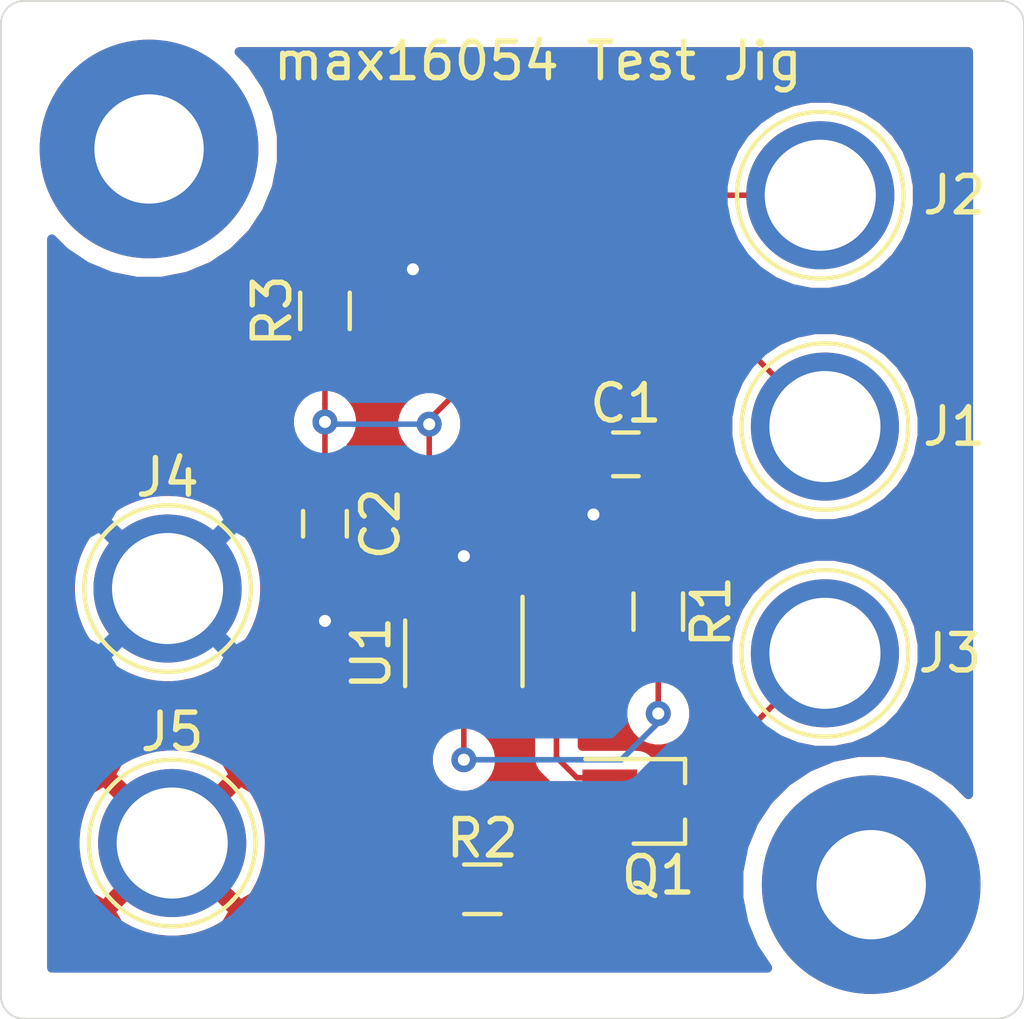
<source format=kicad_pcb>
(kicad_pcb (version 20171130) (host pcbnew "(5.1.5)-3")

  (general
    (thickness 1.6)
    (drawings 9)
    (tracks 50)
    (zones 0)
    (modules 14)
    (nets 9)
  )

  (page A4)
  (layers
    (0 F.Cu mixed)
    (31 B.Cu mixed)
    (32 B.Adhes user hide)
    (33 F.Adhes user hide)
    (34 B.Paste user)
    (35 F.Paste user)
    (36 B.SilkS user)
    (37 F.SilkS user)
    (38 B.Mask user)
    (39 F.Mask user)
    (40 Dwgs.User user hide)
    (41 Cmts.User user)
    (42 Eco1.User user hide)
    (43 Eco2.User user hide)
    (44 Edge.Cuts user)
    (45 Margin user hide)
    (46 B.CrtYd user hide)
    (47 F.CrtYd user hide)
    (48 B.Fab user hide)
    (49 F.Fab user hide)
  )

  (setup
    (last_trace_width 0.1524)
    (trace_clearance 0.1524)
    (zone_clearance 0.508)
    (zone_45_only no)
    (trace_min 0.1524)
    (via_size 0.6858)
    (via_drill 0.3302)
    (via_min_size 0.508)
    (via_min_drill 0.254)
    (uvia_size 0.6858)
    (uvia_drill 0.3302)
    (uvias_allowed no)
    (uvia_min_size 0.2)
    (uvia_min_drill 0.1)
    (edge_width 0.05)
    (segment_width 0.2)
    (pcb_text_width 0.3)
    (pcb_text_size 1.5 1.5)
    (mod_edge_width 0.12)
    (mod_text_size 1 1)
    (mod_text_width 0.15)
    (pad_size 1.524 1.524)
    (pad_drill 0.762)
    (pad_to_mask_clearance 0.0508)
    (solder_mask_min_width 0.1016)
    (aux_axis_origin 0 0)
    (visible_elements 7FFFFFFF)
    (pcbplotparams
      (layerselection 0x010fc_ffffffff)
      (usegerberextensions false)
      (usegerberattributes false)
      (usegerberadvancedattributes false)
      (creategerberjobfile false)
      (excludeedgelayer true)
      (linewidth 0.100000)
      (plotframeref false)
      (viasonmask false)
      (mode 1)
      (useauxorigin false)
      (hpglpennumber 1)
      (hpglpenspeed 20)
      (hpglpendiameter 15.000000)
      (psnegative false)
      (psa4output false)
      (plotreference true)
      (plotvalue true)
      (plotinvisibletext false)
      (padsonsilk false)
      (subtractmaskfromsilk false)
      (outputformat 1)
      (mirror false)
      (drillshape 1)
      (scaleselection 1)
      (outputdirectory ""))
  )

  (net 0 "")
  (net 1 "Net-(C1-Pad1)")
  (net 2 0)
  (net 3 "Net-(J1-Pad1)")
  (net 4 "Net-(J3-Pad1)")
  (net 5 "Net-(R1-Pad2)")
  (net 6 +5V)
  (net 7 "Net-(U1-Pad4)")
  (net 8 "Net-(C2-Pad1)")

  (net_class Default "This is the default net class."
    (clearance 0.1524)
    (trace_width 0.1524)
    (via_dia 0.6858)
    (via_drill 0.3302)
    (uvia_dia 0.6858)
    (uvia_drill 0.3302)
    (diff_pair_width 0.1524)
    (diff_pair_gap 0.1524)
    (add_net +5V)
    (add_net 0)
    (add_net "Net-(C1-Pad1)")
    (add_net "Net-(C2-Pad1)")
    (add_net "Net-(J1-Pad1)")
    (add_net "Net-(J3-Pad1)")
    (add_net "Net-(R1-Pad2)")
    (add_net "Net-(U1-Pad4)")
  )

  (module Mounting_Holes:MountingHole_3mm_Pad (layer F.Cu) (tedit 56D1B4CB) (tstamp 5E2207B9)
    (at 111.506 137.287)
    (descr "Mounting Hole 3mm")
    (tags "mounting hole 3mm")
    (path /5E22EFDF)
    (attr virtual)
    (fp_text reference H2 (at -4.191 1.524) (layer F.SilkS) hide
      (effects (font (size 1 1) (thickness 0.15)))
    )
    (fp_text value MountingHole (at 0 4) (layer F.Fab)
      (effects (font (size 1 1) (thickness 0.15)))
    )
    (fp_text user %R (at 0.3 0) (layer F.Fab)
      (effects (font (size 1 1) (thickness 0.15)))
    )
    (fp_circle (center 0 0) (end 3 0) (layer Cmts.User) (width 0.15))
    (fp_circle (center 0 0) (end 3.25 0) (layer F.CrtYd) (width 0.05))
    (pad 1 thru_hole circle (at 0 0) (size 6 6) (drill 3) (layers *.Cu *.Mask))
  )

  (module Mounting_Holes:MountingHole_3mm_Pad (layer F.Cu) (tedit 56D1B4CB) (tstamp 5E2207B6)
    (at 91.694 117.094)
    (descr "Mounting Hole 3mm")
    (tags "mounting hole 3mm")
    (path /5E22DFE4)
    (attr virtual)
    (fp_text reference H1 (at 4.445 0) (layer F.SilkS) hide
      (effects (font (size 1 1) (thickness 0.15)))
    )
    (fp_text value MountingHole (at 0 4) (layer F.Fab)
      (effects (font (size 1 1) (thickness 0.15)))
    )
    (fp_text user %R (at 0.3 0) (layer F.Fab)
      (effects (font (size 1 1) (thickness 0.15)))
    )
    (fp_circle (center 0 0) (end 3 0) (layer Cmts.User) (width 0.15))
    (fp_circle (center 0 0) (end 3.25 0) (layer F.CrtYd) (width 0.05))
    (pad 1 thru_hole circle (at 0 0) (size 6 6) (drill 3) (layers *.Cu *.Mask))
  )

  (module Resistors_SMD:R_0603_HandSoldering (layer F.Cu) (tedit 58E0A804) (tstamp 5E22B63C)
    (at 96.52 121.539 90)
    (descr "Resistor SMD 0603, hand soldering")
    (tags "resistor 0603")
    (path /5E22D15B)
    (attr smd)
    (fp_text reference R3 (at 0 -1.45 90) (layer F.SilkS)
      (effects (font (size 1 1) (thickness 0.15)))
    )
    (fp_text value R (at 0 1.55 90) (layer F.Fab)
      (effects (font (size 1 1) (thickness 0.15)))
    )
    (fp_text user %R (at 0 0 90) (layer F.Fab)
      (effects (font (size 0.4 0.4) (thickness 0.075)))
    )
    (fp_line (start -0.8 0.4) (end -0.8 -0.4) (layer F.Fab) (width 0.1))
    (fp_line (start 0.8 0.4) (end -0.8 0.4) (layer F.Fab) (width 0.1))
    (fp_line (start 0.8 -0.4) (end 0.8 0.4) (layer F.Fab) (width 0.1))
    (fp_line (start -0.8 -0.4) (end 0.8 -0.4) (layer F.Fab) (width 0.1))
    (fp_line (start 0.5 0.68) (end -0.5 0.68) (layer F.SilkS) (width 0.12))
    (fp_line (start -0.5 -0.68) (end 0.5 -0.68) (layer F.SilkS) (width 0.12))
    (fp_line (start -1.96 -0.7) (end 1.95 -0.7) (layer F.CrtYd) (width 0.05))
    (fp_line (start -1.96 -0.7) (end -1.96 0.7) (layer F.CrtYd) (width 0.05))
    (fp_line (start 1.95 0.7) (end 1.95 -0.7) (layer F.CrtYd) (width 0.05))
    (fp_line (start 1.95 0.7) (end -1.96 0.7) (layer F.CrtYd) (width 0.05))
    (pad 1 smd rect (at -1.1 0 90) (size 1.2 0.9) (layers F.Cu F.Paste F.Mask)
      (net 8 "Net-(C2-Pad1)"))
    (pad 2 smd rect (at 1.1 0 90) (size 1.2 0.9) (layers F.Cu F.Paste F.Mask)
      (net 2 0))
    (model ${KISYS3DMOD}/Resistors_SMD.3dshapes/R_0603.wrl
      (at (xyz 0 0 0))
      (scale (xyz 1 1 1))
      (rotate (xyz 0 0 0))
    )
  )

  (module Capacitors_SMD:C_0603_HandSoldering (layer F.Cu) (tedit 58AA848B) (tstamp 5E22B56F)
    (at 96.52 127.381 270)
    (descr "Capacitor SMD 0603, hand soldering")
    (tags "capacitor 0603")
    (path /5E22DDED)
    (attr smd)
    (fp_text reference C2 (at 0 -1.524 90) (layer F.SilkS)
      (effects (font (size 1 1) (thickness 0.15)))
    )
    (fp_text value C (at 0 1.5 90) (layer F.Fab)
      (effects (font (size 1 1) (thickness 0.15)))
    )
    (fp_text user %R (at 0 -1.25 90) (layer F.Fab)
      (effects (font (size 1 1) (thickness 0.15)))
    )
    (fp_line (start -0.8 0.4) (end -0.8 -0.4) (layer F.Fab) (width 0.1))
    (fp_line (start 0.8 0.4) (end -0.8 0.4) (layer F.Fab) (width 0.1))
    (fp_line (start 0.8 -0.4) (end 0.8 0.4) (layer F.Fab) (width 0.1))
    (fp_line (start -0.8 -0.4) (end 0.8 -0.4) (layer F.Fab) (width 0.1))
    (fp_line (start -0.35 -0.6) (end 0.35 -0.6) (layer F.SilkS) (width 0.12))
    (fp_line (start 0.35 0.6) (end -0.35 0.6) (layer F.SilkS) (width 0.12))
    (fp_line (start -1.8 -0.65) (end 1.8 -0.65) (layer F.CrtYd) (width 0.05))
    (fp_line (start -1.8 -0.65) (end -1.8 0.65) (layer F.CrtYd) (width 0.05))
    (fp_line (start 1.8 0.65) (end 1.8 -0.65) (layer F.CrtYd) (width 0.05))
    (fp_line (start 1.8 0.65) (end -1.8 0.65) (layer F.CrtYd) (width 0.05))
    (pad 1 smd rect (at -0.95 0 270) (size 1.2 0.75) (layers F.Cu F.Paste F.Mask)
      (net 8 "Net-(C2-Pad1)"))
    (pad 2 smd rect (at 0.95 0 270) (size 1.2 0.75) (layers F.Cu F.Paste F.Mask)
      (net 2 0))
    (model Capacitors_SMD.3dshapes/C_0603.wrl
      (at (xyz 0 0 0))
      (scale (xyz 1 1 1))
      (rotate (xyz 0 0 0))
    )
  )

  (module Connect:1pin (layer F.Cu) (tedit 5861332C) (tstamp 5E22045C)
    (at 92.329 136.144)
    (descr "module 1 pin (ou trou mecanique de percage)")
    (tags DEV)
    (path /5E22A2D1)
    (fp_text reference J5 (at 0 -3.048) (layer F.SilkS)
      (effects (font (size 1 1) (thickness 0.15)))
    )
    (fp_text value Conn_01x01_Female (at 0 3) (layer F.Fab)
      (effects (font (size 1 1) (thickness 0.15)))
    )
    (fp_circle (center 0 0) (end 2 0.8) (layer F.Fab) (width 0.1))
    (fp_circle (center 0 0) (end 2.6 0) (layer F.CrtYd) (width 0.05))
    (fp_circle (center 0 0) (end 0 -2.286) (layer F.SilkS) (width 0.12))
    (pad 1 thru_hole circle (at 0 0) (size 4.064 4.064) (drill 3.048) (layers *.Cu *.Mask)
      (net 6 +5V))
  )

  (module Connect:1pin (layer F.Cu) (tedit 5861332C) (tstamp 5E220459)
    (at 92.202 129.159)
    (descr "module 1 pin (ou trou mecanique de percage)")
    (tags DEV)
    (path /5E22BD4B)
    (fp_text reference J4 (at 0 -3.048) (layer F.SilkS)
      (effects (font (size 1 1) (thickness 0.15)))
    )
    (fp_text value Conn_01x01_Female (at 0 3) (layer F.Fab)
      (effects (font (size 1 1) (thickness 0.15)))
    )
    (fp_circle (center 0 0) (end 2 0.8) (layer F.Fab) (width 0.1))
    (fp_circle (center 0 0) (end 2.6 0) (layer F.CrtYd) (width 0.05))
    (fp_circle (center 0 0) (end 0 -2.286) (layer F.SilkS) (width 0.12))
    (pad 1 thru_hole circle (at 0 0) (size 4.064 4.064) (drill 3.048) (layers *.Cu *.Mask)
      (net 2 0))
  )

  (module TO_SOT_Packages_SMD:SOT-23-6 (layer F.Cu) (tedit 58CE4E7E) (tstamp 5E220106)
    (at 100.33 130.937 270)
    (descr "6-pin SOT-23 package")
    (tags SOT-23-6)
    (path /5E223AC6)
    (attr smd)
    (fp_text reference U1 (at 0 2.54 90) (layer F.SilkS)
      (effects (font (size 1 1) (thickness 0.15)))
    )
    (fp_text value MAX16054 (at 0 2.9 90) (layer F.Fab)
      (effects (font (size 1 1) (thickness 0.15)))
    )
    (fp_text user %R (at 0 0) (layer F.Fab)
      (effects (font (size 0.5 0.5) (thickness 0.075)))
    )
    (fp_line (start -0.9 1.61) (end 0.9 1.61) (layer F.SilkS) (width 0.12))
    (fp_line (start 0.9 -1.61) (end -1.55 -1.61) (layer F.SilkS) (width 0.12))
    (fp_line (start 1.9 -1.8) (end -1.9 -1.8) (layer F.CrtYd) (width 0.05))
    (fp_line (start 1.9 1.8) (end 1.9 -1.8) (layer F.CrtYd) (width 0.05))
    (fp_line (start -1.9 1.8) (end 1.9 1.8) (layer F.CrtYd) (width 0.05))
    (fp_line (start -1.9 -1.8) (end -1.9 1.8) (layer F.CrtYd) (width 0.05))
    (fp_line (start -0.9 -0.9) (end -0.25 -1.55) (layer F.Fab) (width 0.1))
    (fp_line (start 0.9 -1.55) (end -0.25 -1.55) (layer F.Fab) (width 0.1))
    (fp_line (start -0.9 -0.9) (end -0.9 1.55) (layer F.Fab) (width 0.1))
    (fp_line (start 0.9 1.55) (end -0.9 1.55) (layer F.Fab) (width 0.1))
    (fp_line (start 0.9 -1.55) (end 0.9 1.55) (layer F.Fab) (width 0.1))
    (pad 1 smd rect (at -1.1 -0.95 270) (size 1.06 0.65) (layers F.Cu F.Paste F.Mask)
      (net 3 "Net-(J1-Pad1)"))
    (pad 2 smd rect (at -1.1 0 270) (size 1.06 0.65) (layers F.Cu F.Paste F.Mask)
      (net 2 0))
    (pad 3 smd rect (at -1.1 0.95 270) (size 1.06 0.65) (layers F.Cu F.Paste F.Mask)
      (net 8 "Net-(C2-Pad1)"))
    (pad 4 smd rect (at 1.1 0.95 270) (size 1.06 0.65) (layers F.Cu F.Paste F.Mask)
      (net 7 "Net-(U1-Pad4)"))
    (pad 6 smd rect (at 1.1 -0.95 270) (size 1.06 0.65) (layers F.Cu F.Paste F.Mask)
      (net 6 +5V))
    (pad 5 smd rect (at 1.1 0 270) (size 1.06 0.65) (layers F.Cu F.Paste F.Mask)
      (net 5 "Net-(R1-Pad2)"))
    (model ${KISYS3DMOD}/TO_SOT_Packages_SMD.3dshapes/SOT-23-6.wrl
      (at (xyz 0 0 0))
      (scale (xyz 1 1 1))
      (rotate (xyz 0 0 0))
    )
  )

  (module Resistors_SMD:R_0603_HandSoldering (layer F.Cu) (tedit 58E0A804) (tstamp 5E220103)
    (at 100.838 137.414)
    (descr "Resistor SMD 0603, hand soldering")
    (tags "resistor 0603")
    (path /5E232EAC)
    (attr smd)
    (fp_text reference R2 (at 0 -1.397) (layer F.SilkS)
      (effects (font (size 1 1) (thickness 0.15)))
    )
    (fp_text value R (at 0 1.55) (layer F.Fab)
      (effects (font (size 1 1) (thickness 0.15)))
    )
    (fp_text user %R (at 0 0) (layer F.Fab)
      (effects (font (size 0.4 0.4) (thickness 0.075)))
    )
    (fp_line (start -0.8 0.4) (end -0.8 -0.4) (layer F.Fab) (width 0.1))
    (fp_line (start 0.8 0.4) (end -0.8 0.4) (layer F.Fab) (width 0.1))
    (fp_line (start 0.8 -0.4) (end 0.8 0.4) (layer F.Fab) (width 0.1))
    (fp_line (start -0.8 -0.4) (end 0.8 -0.4) (layer F.Fab) (width 0.1))
    (fp_line (start 0.5 0.68) (end -0.5 0.68) (layer F.SilkS) (width 0.12))
    (fp_line (start -0.5 -0.68) (end 0.5 -0.68) (layer F.SilkS) (width 0.12))
    (fp_line (start -1.96 -0.7) (end 1.95 -0.7) (layer F.CrtYd) (width 0.05))
    (fp_line (start -1.96 -0.7) (end -1.96 0.7) (layer F.CrtYd) (width 0.05))
    (fp_line (start 1.95 0.7) (end 1.95 -0.7) (layer F.CrtYd) (width 0.05))
    (fp_line (start 1.95 0.7) (end -1.96 0.7) (layer F.CrtYd) (width 0.05))
    (pad 1 smd rect (at -1.1 0) (size 1.2 0.9) (layers F.Cu F.Paste F.Mask)
      (net 6 +5V))
    (pad 2 smd rect (at 1.1 0) (size 1.2 0.9) (layers F.Cu F.Paste F.Mask)
      (net 4 "Net-(J3-Pad1)"))
    (model ${KISYS3DMOD}/Resistors_SMD.3dshapes/R_0603.wrl
      (at (xyz 0 0 0))
      (scale (xyz 1 1 1))
      (rotate (xyz 0 0 0))
    )
  )

  (module Resistors_SMD:R_0603_HandSoldering (layer F.Cu) (tedit 58E0A804) (tstamp 5E220100)
    (at 105.664 129.794 270)
    (descr "Resistor SMD 0603, hand soldering")
    (tags "resistor 0603")
    (path /5E2251A7)
    (attr smd)
    (fp_text reference R1 (at 0 -1.45 90) (layer F.SilkS)
      (effects (font (size 1 1) (thickness 0.15)))
    )
    (fp_text value R (at 0 1.55 90) (layer F.Fab)
      (effects (font (size 1 1) (thickness 0.15)))
    )
    (fp_text user %R (at 0 0 90) (layer F.Fab)
      (effects (font (size 0.4 0.4) (thickness 0.075)))
    )
    (fp_line (start -0.8 0.4) (end -0.8 -0.4) (layer F.Fab) (width 0.1))
    (fp_line (start 0.8 0.4) (end -0.8 0.4) (layer F.Fab) (width 0.1))
    (fp_line (start 0.8 -0.4) (end 0.8 0.4) (layer F.Fab) (width 0.1))
    (fp_line (start -0.8 -0.4) (end 0.8 -0.4) (layer F.Fab) (width 0.1))
    (fp_line (start 0.5 0.68) (end -0.5 0.68) (layer F.SilkS) (width 0.12))
    (fp_line (start -0.5 -0.68) (end 0.5 -0.68) (layer F.SilkS) (width 0.12))
    (fp_line (start -1.96 -0.7) (end 1.95 -0.7) (layer F.CrtYd) (width 0.05))
    (fp_line (start -1.96 -0.7) (end -1.96 0.7) (layer F.CrtYd) (width 0.05))
    (fp_line (start 1.95 0.7) (end 1.95 -0.7) (layer F.CrtYd) (width 0.05))
    (fp_line (start 1.95 0.7) (end -1.96 0.7) (layer F.CrtYd) (width 0.05))
    (pad 1 smd rect (at -1.1 0 270) (size 1.2 0.9) (layers F.Cu F.Paste F.Mask)
      (net 1 "Net-(C1-Pad1)"))
    (pad 2 smd rect (at 1.1 0 270) (size 1.2 0.9) (layers F.Cu F.Paste F.Mask)
      (net 5 "Net-(R1-Pad2)"))
    (model ${KISYS3DMOD}/Resistors_SMD.3dshapes/R_0603.wrl
      (at (xyz 0 0 0))
      (scale (xyz 1 1 1))
      (rotate (xyz 0 0 0))
    )
  )

  (module TO_SOT_Packages_SMD:SOT-323_SC-70_Handsoldering (layer F.Cu) (tedit 58CE4E7F) (tstamp 5E2200FD)
    (at 105.664 135.001)
    (descr "SOT-323, SC-70 Handsoldering")
    (tags "SOT-323 SC-70 Handsoldering")
    (path /5E231BC0)
    (attr smd)
    (fp_text reference Q1 (at 0 2.032) (layer F.SilkS)
      (effects (font (size 1 1) (thickness 0.15)))
    )
    (fp_text value BSS214NW (at 0 2.05) (layer F.Fab)
      (effects (font (size 1 1) (thickness 0.15)))
    )
    (fp_text user %R (at 0 0 90) (layer F.Fab)
      (effects (font (size 0.5 0.5) (thickness 0.075)))
    )
    (fp_line (start 0.735 0.5) (end 0.735 1.16) (layer F.SilkS) (width 0.12))
    (fp_line (start 0.735 -1.17) (end 0.735 -0.5) (layer F.SilkS) (width 0.12))
    (fp_line (start 2.4 1.3) (end -2.4 1.3) (layer F.CrtYd) (width 0.05))
    (fp_line (start 2.4 -1.3) (end 2.4 1.3) (layer F.CrtYd) (width 0.05))
    (fp_line (start -2.4 -1.3) (end 2.4 -1.3) (layer F.CrtYd) (width 0.05))
    (fp_line (start -2.4 1.3) (end -2.4 -1.3) (layer F.CrtYd) (width 0.05))
    (fp_line (start 0.735 -1.16) (end -2 -1.16) (layer F.SilkS) (width 0.12))
    (fp_line (start -0.675 1.16) (end 0.735 1.16) (layer F.SilkS) (width 0.12))
    (fp_line (start 0.675 -1.1) (end -0.175 -1.1) (layer F.Fab) (width 0.1))
    (fp_line (start -0.675 -0.6) (end -0.675 1.1) (layer F.Fab) (width 0.1))
    (fp_line (start 0.675 -1.1) (end 0.675 1.1) (layer F.Fab) (width 0.1))
    (fp_line (start 0.675 1.1) (end -0.675 1.1) (layer F.Fab) (width 0.1))
    (fp_line (start -0.175 -1.1) (end -0.675 -0.6) (layer F.Fab) (width 0.1))
    (pad 1 smd rect (at -1.33 -0.65 270) (size 0.45 1.5) (layers F.Cu F.Paste F.Mask)
      (net 1 "Net-(C1-Pad1)"))
    (pad 2 smd rect (at -1.33 0.65 270) (size 0.45 1.5) (layers F.Cu F.Paste F.Mask)
      (net 2 0))
    (pad 3 smd rect (at 1.33 0 270) (size 0.45 1.5) (layers F.Cu F.Paste F.Mask)
      (net 4 "Net-(J3-Pad1)"))
    (model ${KISYS3DMOD}/TO_SOT_Packages_SMD.3dshapes/SOT-323_SC-70.wrl
      (at (xyz 0 0 0))
      (scale (xyz 1 1 1))
      (rotate (xyz 0 0 0))
    )
  )

  (module Connect:1pin (layer F.Cu) (tedit 5861332C) (tstamp 5E22022D)
    (at 110.236 130.937)
    (descr "module 1 pin (ou trou mecanique de percage)")
    (tags DEV)
    (path /5E234D7C)
    (fp_text reference J3 (at 3.429 0) (layer F.SilkS)
      (effects (font (size 1 1) (thickness 0.15)))
    )
    (fp_text value Conn_01x01_Female (at 0 3) (layer F.Fab)
      (effects (font (size 1 1) (thickness 0.15)))
    )
    (fp_circle (center 0 0) (end 2 0.8) (layer F.Fab) (width 0.1))
    (fp_circle (center 0 0) (end 2.6 0) (layer F.CrtYd) (width 0.05))
    (fp_circle (center 0 0) (end 0 -2.286) (layer F.SilkS) (width 0.12))
    (pad 1 thru_hole circle (at 0 0) (size 4.064 4.064) (drill 3.048) (layers *.Cu *.Mask)
      (net 4 "Net-(J3-Pad1)"))
  )

  (module Connect:1pin (layer F.Cu) (tedit 5861332C) (tstamp 5E2200F7)
    (at 110.109 118.364)
    (descr "module 1 pin (ou trou mecanique de percage)")
    (tags DEV)
    (path /5E237A05)
    (fp_text reference J2 (at 3.683 0) (layer F.SilkS)
      (effects (font (size 1 1) (thickness 0.15)))
    )
    (fp_text value Conn_01x01_Female (at 0 3) (layer F.Fab)
      (effects (font (size 1 1) (thickness 0.15)))
    )
    (fp_circle (center 0 0) (end 2 0.8) (layer F.Fab) (width 0.1))
    (fp_circle (center 0 0) (end 2.6 0) (layer F.CrtYd) (width 0.05))
    (fp_circle (center 0 0) (end 0 -2.286) (layer F.SilkS) (width 0.12))
    (pad 1 thru_hole circle (at 0 0) (size 4.064 4.064) (drill 3.048) (layers *.Cu *.Mask)
      (net 8 "Net-(C2-Pad1)"))
  )

  (module Connect:1pin (layer F.Cu) (tedit 5861332C) (tstamp 5E2200F4)
    (at 110.236 124.714)
    (descr "module 1 pin (ou trou mecanique de percage)")
    (tags DEV)
    (path /5E23665D)
    (fp_text reference J1 (at 3.556 0) (layer F.SilkS)
      (effects (font (size 1 1) (thickness 0.15)))
    )
    (fp_text value Conn_01x01_Female (at 0 3) (layer F.Fab)
      (effects (font (size 1 1) (thickness 0.15)))
    )
    (fp_circle (center 0 0) (end 2 0.8) (layer F.Fab) (width 0.1))
    (fp_circle (center 0 0) (end 2.6 0) (layer F.CrtYd) (width 0.05))
    (fp_circle (center 0 0) (end 0 -2.286) (layer F.SilkS) (width 0.12))
    (pad 1 thru_hole circle (at 0 0) (size 4.064 4.064) (drill 3.048) (layers *.Cu *.Mask)
      (net 3 "Net-(J1-Pad1)"))
  )

  (module Capacitors_SMD:C_0603_HandSoldering (layer F.Cu) (tedit 58AA848B) (tstamp 5E2200F1)
    (at 104.775 125.476 180)
    (descr "Capacitor SMD 0603, hand soldering")
    (tags "capacitor 0603")
    (path /5E235A2E)
    (attr smd)
    (fp_text reference C1 (at 0 1.397) (layer F.SilkS)
      (effects (font (size 1 1) (thickness 0.15)))
    )
    (fp_text value C (at 0 1.5) (layer F.Fab)
      (effects (font (size 1 1) (thickness 0.15)))
    )
    (fp_text user %R (at 0 -1.25) (layer F.Fab)
      (effects (font (size 1 1) (thickness 0.15)))
    )
    (fp_line (start -0.8 0.4) (end -0.8 -0.4) (layer F.Fab) (width 0.1))
    (fp_line (start 0.8 0.4) (end -0.8 0.4) (layer F.Fab) (width 0.1))
    (fp_line (start 0.8 -0.4) (end 0.8 0.4) (layer F.Fab) (width 0.1))
    (fp_line (start -0.8 -0.4) (end 0.8 -0.4) (layer F.Fab) (width 0.1))
    (fp_line (start -0.35 -0.6) (end 0.35 -0.6) (layer F.SilkS) (width 0.12))
    (fp_line (start 0.35 0.6) (end -0.35 0.6) (layer F.SilkS) (width 0.12))
    (fp_line (start -1.8 -0.65) (end 1.8 -0.65) (layer F.CrtYd) (width 0.05))
    (fp_line (start -1.8 -0.65) (end -1.8 0.65) (layer F.CrtYd) (width 0.05))
    (fp_line (start 1.8 0.65) (end 1.8 -0.65) (layer F.CrtYd) (width 0.05))
    (fp_line (start 1.8 0.65) (end -1.8 0.65) (layer F.CrtYd) (width 0.05))
    (pad 1 smd rect (at -0.95 0 180) (size 1.2 0.75) (layers F.Cu F.Paste F.Mask)
      (net 1 "Net-(C1-Pad1)"))
    (pad 2 smd rect (at 0.95 0 180) (size 1.2 0.75) (layers F.Cu F.Paste F.Mask)
      (net 2 0))
    (model Capacitors_SMD.3dshapes/C_0603.wrl
      (at (xyz 0 0 0))
      (scale (xyz 1 1 1))
      (rotate (xyz 0 0 0))
    )
  )

  (gr_text "max16054 Test Jig" (at 102.362 114.681) (layer F.SilkS)
    (effects (font (size 1 1) (thickness 0.15)))
  )
  (gr_line (start 115.697 113.665) (end 115.697 140.208) (layer Edge.Cuts) (width 0.05) (tstamp 5E222535))
  (gr_line (start 115.062 113.03) (end 88.265 113.03) (layer Edge.Cuts) (width 0.05) (tstamp 5E22252E))
  (gr_arc (start 115.062 113.665) (end 115.697 113.665) (angle -90) (layer Edge.Cuts) (width 0.05))
  (gr_line (start 87.63 113.665) (end 87.63 140.335) (layer Edge.Cuts) (width 0.05) (tstamp 5E2224BA))
  (gr_arc (start 88.265 113.665) (end 88.265 113.03) (angle -90) (layer Edge.Cuts) (width 0.05))
  (gr_line (start 88.265 140.97) (end 114.935 140.97) (layer Edge.Cuts) (width 0.05) (tstamp 5E222483))
  (gr_arc (start 88.265 140.335) (end 87.63 140.335) (angle -90) (layer Edge.Cuts) (width 0.05))
  (gr_arc (start 114.935 140.208) (end 114.935 140.97) (angle -90) (layer Edge.Cuts) (width 0.05))

  (segment (start 103.4316 134.351) (end 102.87 133.7894) (width 0.1524) (layer F.Cu) (net 1))
  (segment (start 104.334 134.351) (end 103.4316 134.351) (width 0.1524) (layer F.Cu) (net 1))
  (segment (start 102.87 133.7894) (end 102.87 129.159) (width 0.1524) (layer F.Cu) (net 1))
  (segment (start 103.335 128.694) (end 105.664 128.694) (width 0.1524) (layer F.Cu) (net 1))
  (segment (start 102.87 129.159) (end 103.335 128.694) (width 0.1524) (layer F.Cu) (net 1))
  (segment (start 105.664 125.537) (end 105.725 125.476) (width 0.1524) (layer F.Cu) (net 1))
  (segment (start 105.664 128.694) (end 105.664 125.537) (width 0.1524) (layer F.Cu) (net 1))
  (segment (start 100.33 129.837) (end 100.33 129.1546) (width 0.1524) (layer F.Cu) (net 2))
  (via (at 100.33 128.27) (size 0.6858) (drill 0.3302) (layers F.Cu B.Cu) (net 2))
  (segment (start 100.33 129.1546) (end 100.33 130.153482) (width 0.1524) (layer F.Cu) (net 2))
  (segment (start 100.33 130.153482) (end 100.33 128.27) (width 0.1524) (layer F.Cu) (net 2))
  (segment (start 103.825 125.476) (end 103.825 127.066) (width 0.1524) (layer F.Cu) (net 2))
  (via (at 103.886 127.127) (size 0.6858) (drill 0.3302) (layers F.Cu B.Cu) (net 2))
  (segment (start 103.825 127.066) (end 103.886 127.127) (width 0.1524) (layer F.Cu) (net 2))
  (segment (start 97.1224 120.439) (end 97.1654 120.396) (width 0.1524) (layer F.Cu) (net 2))
  (segment (start 96.52 120.439) (end 97.1224 120.439) (width 0.1524) (layer F.Cu) (net 2))
  (via (at 98.933 120.396) (size 0.6858) (drill 0.3302) (layers F.Cu B.Cu) (net 2))
  (segment (start 97.1654 120.396) (end 98.933 120.396) (width 0.1524) (layer F.Cu) (net 2))
  (segment (start 96.52 128.331) (end 96.52 130.048) (width 0.1524) (layer F.Cu) (net 2))
  (via (at 96.52 130.048) (size 0.6858) (drill 0.3302) (layers F.Cu B.Cu) (net 2))
  (segment (start 101.28 129.1546) (end 101.28 129.837) (width 0.1524) (layer F.Cu) (net 3))
  (segment (start 110.236 124.714) (end 108.204001 122.682001) (width 0.1524) (layer F.Cu) (net 3))
  (segment (start 101.473 128.9616) (end 101.28 129.1546) (width 0.1524) (layer F.Cu) (net 3))
  (segment (start 108.204001 122.682001) (end 104.139999 122.682001) (width 0.1524) (layer F.Cu) (net 3))
  (segment (start 104.139999 122.682001) (end 101.473 125.349) (width 0.1524) (layer F.Cu) (net 3))
  (segment (start 101.473 125.349) (end 101.473 128.9616) (width 0.1524) (layer F.Cu) (net 3))
  (segment (start 106.994 134.179) (end 110.236 130.937) (width 0.1524) (layer F.Cu) (net 4))
  (segment (start 106.994 135.001) (end 106.994 134.179) (width 0.1524) (layer F.Cu) (net 4))
  (segment (start 104.9584 137.414) (end 106.994 135.3784) (width 0.1524) (layer F.Cu) (net 4))
  (segment (start 106.994 135.3784) (end 106.994 135.001) (width 0.1524) (layer F.Cu) (net 4))
  (segment (start 101.938 137.414) (end 104.9584 137.414) (width 0.1524) (layer F.Cu) (net 4))
  (via (at 100.33 133.858) (size 0.6858) (drill 0.3302) (layers F.Cu B.Cu) (net 5))
  (segment (start 100.33 132.037) (end 100.33 133.858) (width 0.1524) (layer F.Cu) (net 5))
  (segment (start 100.33 133.858) (end 100.814933 133.858) (width 0.1524) (layer B.Cu) (net 5))
  (segment (start 100.814933 133.858) (end 104.648 133.858) (width 0.1524) (layer B.Cu) (net 5))
  (via (at 105.664 132.588) (size 0.6858) (drill 0.3302) (layers F.Cu B.Cu) (net 5))
  (segment (start 104.648 133.858) (end 105.664 132.842) (width 0.1524) (layer B.Cu) (net 5))
  (segment (start 105.664 132.842) (end 105.664 132.588) (width 0.1524) (layer B.Cu) (net 5))
  (segment (start 105.664 132.588) (end 105.664 130.894) (width 0.1524) (layer F.Cu) (net 5))
  (segment (start 99.38 129.837) (end 99.38 124.648) (width 0.1524) (layer F.Cu) (net 8))
  (segment (start 105.537 118.364) (end 110.109 118.364) (width 0.1524) (layer F.Cu) (net 8))
  (segment (start 99.38 124.521) (end 105.537 118.364) (width 0.1524) (layer F.Cu) (net 8))
  (segment (start 99.38 124.648) (end 99.38 124.521) (width 0.1524) (layer F.Cu) (net 8) (tstamp 5E22B7E5))
  (via (at 99.38 124.648) (size 0.6858) (drill 0.3302) (layers F.Cu B.Cu) (net 8))
  (via (at 96.52 124.587) (size 0.6858) (drill 0.3302) (layers F.Cu B.Cu) (net 8))
  (segment (start 99.38 124.648) (end 96.581 124.648) (width 0.1524) (layer B.Cu) (net 8))
  (segment (start 96.581 124.648) (end 96.52 124.587) (width 0.1524) (layer B.Cu) (net 8))
  (segment (start 96.52 124.587) (end 96.52 126.431) (width 0.1524) (layer F.Cu) (net 8))
  (segment (start 96.52 124.102067) (end 96.52 122.639) (width 0.1524) (layer F.Cu) (net 8))
  (segment (start 96.52 124.587) (end 96.52 124.102067) (width 0.1524) (layer F.Cu) (net 8))

  (zone (net 6) (net_name +5V) (layer F.Cu) (tstamp 5E222AB6) (hatch edge 0.508)
    (connect_pads (clearance 0.508))
    (min_thickness 0.254)
    (fill yes (arc_segments 32) (thermal_gap 0.508) (thermal_bridge_width 0.508))
    (polygon
      (pts
        (xy 114.3 139.7) (xy 88.9 139.7) (xy 88.9 114.3) (xy 114.3 114.3)
      )
    )
    (filled_polygon
      (pts
        (xy 114.173 134.813334) (xy 113.823177 134.463511) (xy 113.227818 134.065705) (xy 112.56629 133.791691) (xy 111.864016 133.652)
        (xy 111.147984 133.652) (xy 110.44571 133.791691) (xy 109.784182 134.065705) (xy 109.188823 134.463511) (xy 108.682511 134.969823)
        (xy 108.284705 135.565182) (xy 108.010691 136.22671) (xy 107.871 136.928984) (xy 107.871 137.645016) (xy 108.010691 138.34729)
        (xy 108.284705 139.008818) (xy 108.661679 139.573) (xy 89.027 139.573) (xy 89.027 138.014264) (xy 90.638341 138.014264)
        (xy 90.858307 138.384301) (xy 91.323627 138.628172) (xy 91.827583 138.776578) (xy 92.350808 138.823815) (xy 92.873195 138.768069)
        (xy 93.374669 138.611481) (xy 93.799693 138.384301) (xy 94.019659 138.014264) (xy 93.869395 137.864) (xy 98.499928 137.864)
        (xy 98.512188 137.988482) (xy 98.548498 138.10818) (xy 98.607463 138.218494) (xy 98.686815 138.315185) (xy 98.783506 138.394537)
        (xy 98.89382 138.453502) (xy 99.013518 138.489812) (xy 99.138 138.502072) (xy 99.45225 138.499) (xy 99.611 138.34025)
        (xy 99.611 137.541) (xy 98.66175 137.541) (xy 98.503 137.69975) (xy 98.499928 137.864) (xy 93.869395 137.864)
        (xy 92.329 136.323605) (xy 90.638341 138.014264) (xy 89.027 138.014264) (xy 89.027 136.165808) (xy 89.649185 136.165808)
        (xy 89.704931 136.688195) (xy 89.861519 137.189669) (xy 90.088699 137.614693) (xy 90.458736 137.834659) (xy 92.149395 136.144)
        (xy 92.508605 136.144) (xy 94.199264 137.834659) (xy 94.569301 137.614693) (xy 94.813172 137.149373) (xy 94.867761 136.964)
        (xy 98.499928 136.964) (xy 98.503 137.12825) (xy 98.66175 137.287) (xy 99.611 137.287) (xy 99.611 136.48775)
        (xy 99.45225 136.329) (xy 99.138 136.325928) (xy 99.013518 136.338188) (xy 98.89382 136.374498) (xy 98.783506 136.433463)
        (xy 98.686815 136.512815) (xy 98.607463 136.609506) (xy 98.548498 136.71982) (xy 98.512188 136.839518) (xy 98.499928 136.964)
        (xy 94.867761 136.964) (xy 94.961578 136.645417) (xy 95.008815 136.122192) (xy 94.953069 135.599805) (xy 94.796481 135.098331)
        (xy 94.569301 134.673307) (xy 94.199264 134.453341) (xy 92.508605 136.144) (xy 92.149395 136.144) (xy 90.458736 134.453341)
        (xy 90.088699 134.673307) (xy 89.844828 135.138627) (xy 89.696422 135.642583) (xy 89.649185 136.165808) (xy 89.027 136.165808)
        (xy 89.027 134.273736) (xy 90.638341 134.273736) (xy 92.329 135.964395) (xy 94.019659 134.273736) (xy 93.799693 133.903699)
        (xy 93.334373 133.659828) (xy 92.830417 133.511422) (xy 92.307192 133.464185) (xy 91.784805 133.519931) (xy 91.283331 133.676519)
        (xy 90.858307 133.903699) (xy 90.638341 134.273736) (xy 89.027 134.273736) (xy 89.027 128.896323) (xy 89.535 128.896323)
        (xy 89.535 129.421677) (xy 89.637492 129.936935) (xy 89.838536 130.422298) (xy 90.130406 130.859113) (xy 90.501887 131.230594)
        (xy 90.938702 131.522464) (xy 91.424065 131.723508) (xy 91.939323 131.826) (xy 92.464677 131.826) (xy 92.979935 131.723508)
        (xy 93.465298 131.522464) (xy 93.902113 131.230594) (xy 94.273594 130.859113) (xy 94.565464 130.422298) (xy 94.766508 129.936935)
        (xy 94.869 129.421677) (xy 94.869 128.896323) (xy 94.766508 128.381065) (xy 94.565464 127.895702) (xy 94.273594 127.458887)
        (xy 93.902113 127.087406) (xy 93.465298 126.795536) (xy 92.979935 126.594492) (xy 92.464677 126.492) (xy 91.939323 126.492)
        (xy 91.424065 126.594492) (xy 90.938702 126.795536) (xy 90.501887 127.087406) (xy 90.130406 127.458887) (xy 89.838536 127.895702)
        (xy 89.637492 128.381065) (xy 89.535 128.896323) (xy 89.027 128.896323) (xy 89.027 119.567666) (xy 89.376823 119.917489)
        (xy 89.972182 120.315295) (xy 90.63371 120.589309) (xy 91.335984 120.729) (xy 92.052016 120.729) (xy 92.75429 120.589309)
        (xy 93.415818 120.315295) (xy 94.011177 119.917489) (xy 94.089666 119.839) (xy 95.431928 119.839) (xy 95.431928 121.039)
        (xy 95.444188 121.163482) (xy 95.480498 121.28318) (xy 95.539463 121.393494) (xy 95.618815 121.490185) (xy 95.678296 121.539)
        (xy 95.618815 121.587815) (xy 95.539463 121.684506) (xy 95.480498 121.79482) (xy 95.444188 121.914518) (xy 95.431928 122.039)
        (xy 95.431928 123.239) (xy 95.444188 123.363482) (xy 95.480498 123.48318) (xy 95.539463 123.593494) (xy 95.618815 123.690185)
        (xy 95.715506 123.769537) (xy 95.8088 123.819405) (xy 95.8088 123.91524) (xy 95.760415 123.963625) (xy 95.653396 124.12379)
        (xy 95.57968 124.301757) (xy 95.5421 124.490685) (xy 95.5421 124.683315) (xy 95.57968 124.872243) (xy 95.653396 125.05021)
        (xy 95.760415 125.210375) (xy 95.8088 125.25876) (xy 95.8088 125.290684) (xy 95.790506 125.300463) (xy 95.693815 125.379815)
        (xy 95.614463 125.476506) (xy 95.555498 125.58682) (xy 95.519188 125.706518) (xy 95.506928 125.831) (xy 95.506928 127.031)
        (xy 95.519188 127.155482) (xy 95.555498 127.27518) (xy 95.612061 127.381) (xy 95.555498 127.48682) (xy 95.519188 127.606518)
        (xy 95.506928 127.731) (xy 95.506928 128.931) (xy 95.519188 129.055482) (xy 95.555498 129.17518) (xy 95.614463 129.285494)
        (xy 95.693815 129.382185) (xy 95.755143 129.432515) (xy 95.653396 129.58479) (xy 95.57968 129.762757) (xy 95.5421 129.951685)
        (xy 95.5421 130.144315) (xy 95.57968 130.333243) (xy 95.653396 130.51121) (xy 95.760415 130.671375) (xy 95.896625 130.807585)
        (xy 96.05679 130.914604) (xy 96.234757 130.98832) (xy 96.423685 131.0259) (xy 96.616315 131.0259) (xy 96.805243 130.98832)
        (xy 96.98321 130.914604) (xy 97.143375 130.807585) (xy 97.279585 130.671375) (xy 97.386604 130.51121) (xy 97.46032 130.333243)
        (xy 97.4979 130.144315) (xy 97.4979 129.951685) (xy 97.46032 129.762757) (xy 97.386604 129.58479) (xy 97.284857 129.432515)
        (xy 97.346185 129.382185) (xy 97.425537 129.285494) (xy 97.484502 129.17518) (xy 97.520812 129.055482) (xy 97.533072 128.931)
        (xy 97.533072 127.731) (xy 97.520812 127.606518) (xy 97.484502 127.48682) (xy 97.427939 127.381) (xy 97.484502 127.27518)
        (xy 97.520812 127.155482) (xy 97.533072 127.031) (xy 97.533072 125.831) (xy 97.520812 125.706518) (xy 97.484502 125.58682)
        (xy 97.425537 125.476506) (xy 97.346185 125.379815) (xy 97.249494 125.300463) (xy 97.2312 125.290684) (xy 97.2312 125.25876)
        (xy 97.279585 125.210375) (xy 97.386604 125.05021) (xy 97.46032 124.872243) (xy 97.4979 124.683315) (xy 97.4979 124.551685)
        (xy 98.4021 124.551685) (xy 98.4021 124.744315) (xy 98.43968 124.933243) (xy 98.513396 125.11121) (xy 98.620415 125.271375)
        (xy 98.668801 125.319761) (xy 98.6688 128.802483) (xy 98.603815 128.855815) (xy 98.524463 128.952506) (xy 98.465498 129.06282)
        (xy 98.429188 129.182518) (xy 98.416928 129.307) (xy 98.416928 130.367) (xy 98.429188 130.491482) (xy 98.465498 130.61118)
        (xy 98.524463 130.721494) (xy 98.603815 130.818185) (xy 98.700506 130.897537) (xy 98.774335 130.937) (xy 98.700506 130.976463)
        (xy 98.603815 131.055815) (xy 98.524463 131.152506) (xy 98.465498 131.26282) (xy 98.429188 131.382518) (xy 98.416928 131.507)
        (xy 98.416928 132.567) (xy 98.429188 132.691482) (xy 98.465498 132.81118) (xy 98.524463 132.921494) (xy 98.603815 133.018185)
        (xy 98.700506 133.097537) (xy 98.81082 133.156502) (xy 98.930518 133.192812) (xy 99.055 133.205072) (xy 99.599968 133.205072)
        (xy 99.570415 133.234625) (xy 99.463396 133.39479) (xy 99.38968 133.572757) (xy 99.3521 133.761685) (xy 99.3521 133.954315)
        (xy 99.38968 134.143243) (xy 99.463396 134.32121) (xy 99.570415 134.481375) (xy 99.706625 134.617585) (xy 99.86679 134.724604)
        (xy 100.044757 134.79832) (xy 100.233685 134.8359) (xy 100.426315 134.8359) (xy 100.615243 134.79832) (xy 100.79321 134.724604)
        (xy 100.953375 134.617585) (xy 101.089585 134.481375) (xy 101.196604 134.32121) (xy 101.27032 134.143243) (xy 101.3079 133.954315)
        (xy 101.3079 133.761685) (xy 101.27032 133.572757) (xy 101.196604 133.39479) (xy 101.089585 133.234625) (xy 101.0412 133.18624)
        (xy 101.0412 133.15505) (xy 101.153 133.04325) (xy 101.153 132.961141) (xy 101.185537 132.921494) (xy 101.244502 132.81118)
        (xy 101.280812 132.691482) (xy 101.293072 132.567) (xy 101.293072 131.89) (xy 101.407 131.89) (xy 101.407 131.91)
        (xy 101.427 131.91) (xy 101.427 132.164) (xy 101.407 132.164) (xy 101.407 133.04325) (xy 101.56575 133.202)
        (xy 101.605 133.205072) (xy 101.729482 133.192812) (xy 101.84918 133.156502) (xy 101.959494 133.097537) (xy 102.056185 133.018185)
        (xy 102.135537 132.921494) (xy 102.1588 132.877972) (xy 102.1588 133.754474) (xy 102.15536 133.7894) (xy 102.1588 133.824326)
        (xy 102.1588 133.824335) (xy 102.169091 133.928819) (xy 102.209758 134.06288) (xy 102.275798 134.186432) (xy 102.364673 134.294726)
        (xy 102.39181 134.316997) (xy 102.904007 134.829195) (xy 102.926273 134.856327) (xy 102.953404 134.878593) (xy 102.953408 134.878597)
        (xy 103.016645 134.930494) (xy 103.034567 134.945202) (xy 103.089732 134.974689) (xy 103.111326 135.001) (xy 103.053463 135.071506)
        (xy 102.994498 135.18182) (xy 102.958188 135.301518) (xy 102.945928 135.426) (xy 102.945928 135.876) (xy 102.958188 136.000482)
        (xy 102.994498 136.12018) (xy 103.053463 136.230494) (xy 103.132815 136.327185) (xy 103.229506 136.406537) (xy 103.33982 136.465502)
        (xy 103.459518 136.501812) (xy 103.584 136.514072) (xy 104.852541 136.514072) (xy 104.663813 136.7028) (xy 103.118404 136.7028)
        (xy 103.068537 136.609506) (xy 102.989185 136.512815) (xy 102.892494 136.433463) (xy 102.78218 136.374498) (xy 102.662482 136.338188)
        (xy 102.538 136.325928) (xy 101.338 136.325928) (xy 101.213518 136.338188) (xy 101.09382 136.374498) (xy 100.983506 136.433463)
        (xy 100.886815 136.512815) (xy 100.838 136.572296) (xy 100.789185 136.512815) (xy 100.692494 136.433463) (xy 100.58218 136.374498)
        (xy 100.462482 136.338188) (xy 100.338 136.325928) (xy 100.02375 136.329) (xy 99.865 136.48775) (xy 99.865 137.287)
        (xy 99.885 137.287) (xy 99.885 137.541) (xy 99.865 137.541) (xy 99.865 138.34025) (xy 100.02375 138.499)
        (xy 100.338 138.502072) (xy 100.462482 138.489812) (xy 100.58218 138.453502) (xy 100.692494 138.394537) (xy 100.789185 138.315185)
        (xy 100.838 138.255704) (xy 100.886815 138.315185) (xy 100.983506 138.394537) (xy 101.09382 138.453502) (xy 101.213518 138.489812)
        (xy 101.338 138.502072) (xy 102.538 138.502072) (xy 102.662482 138.489812) (xy 102.78218 138.453502) (xy 102.892494 138.394537)
        (xy 102.989185 138.315185) (xy 103.068537 138.218494) (xy 103.118404 138.1252) (xy 104.923474 138.1252) (xy 104.9584 138.12864)
        (xy 104.993326 138.1252) (xy 104.993336 138.1252) (xy 105.09782 138.114909) (xy 105.231881 138.074242) (xy 105.355433 138.008202)
        (xy 105.463727 137.919327) (xy 105.486002 137.892185) (xy 107.472195 135.905993) (xy 107.499326 135.883727) (xy 107.515457 135.864072)
        (xy 107.744 135.864072) (xy 107.868482 135.851812) (xy 107.98818 135.815502) (xy 108.098494 135.756537) (xy 108.195185 135.677185)
        (xy 108.274537 135.580494) (xy 108.333502 135.47018) (xy 108.369812 135.350482) (xy 108.382072 135.226) (xy 108.382072 134.776)
        (xy 108.369812 134.651518) (xy 108.333502 134.53182) (xy 108.274537 134.421506) (xy 108.195185 134.324815) (xy 108.098494 134.245463)
        (xy 107.990858 134.187929) (xy 108.916126 133.262661) (xy 108.972702 133.300464) (xy 109.458065 133.501508) (xy 109.973323 133.604)
        (xy 110.498677 133.604) (xy 111.013935 133.501508) (xy 111.499298 133.300464) (xy 111.936113 133.008594) (xy 112.307594 132.637113)
        (xy 112.599464 132.200298) (xy 112.800508 131.714935) (xy 112.903 131.199677) (xy 112.903 130.674323) (xy 112.800508 130.159065)
        (xy 112.599464 129.673702) (xy 112.307594 129.236887) (xy 111.936113 128.865406) (xy 111.499298 128.573536) (xy 111.013935 128.372492)
        (xy 110.498677 128.27) (xy 109.973323 128.27) (xy 109.458065 128.372492) (xy 108.972702 128.573536) (xy 108.535887 128.865406)
        (xy 108.164406 129.236887) (xy 107.872536 129.673702) (xy 107.671492 130.159065) (xy 107.569 130.674323) (xy 107.569 131.199677)
        (xy 107.671492 131.714935) (xy 107.872536 132.200298) (xy 107.910339 132.256874) (xy 106.51581 133.651403) (xy 106.488674 133.673673)
        (xy 106.466404 133.700809) (xy 106.466403 133.70081) (xy 106.399798 133.781968) (xy 106.377152 133.824336) (xy 106.333759 133.905519)
        (xy 106.293092 134.03958) (xy 106.283404 134.137928) (xy 106.244 134.137928) (xy 106.119518 134.150188) (xy 105.99982 134.186498)
        (xy 105.889506 134.245463) (xy 105.792815 134.324815) (xy 105.722072 134.411016) (xy 105.722072 134.126) (xy 105.709812 134.001518)
        (xy 105.673502 133.88182) (xy 105.614537 133.771506) (xy 105.535185 133.674815) (xy 105.438494 133.595463) (xy 105.32818 133.536498)
        (xy 105.208482 133.500188) (xy 105.084 133.487928) (xy 103.584 133.487928) (xy 103.5812 133.488204) (xy 103.5812 129.453587)
        (xy 103.629588 129.4052) (xy 104.58688 129.4052) (xy 104.588188 129.418482) (xy 104.624498 129.53818) (xy 104.683463 129.648494)
        (xy 104.762815 129.745185) (xy 104.822296 129.794) (xy 104.762815 129.842815) (xy 104.683463 129.939506) (xy 104.624498 130.04982)
        (xy 104.588188 130.169518) (xy 104.575928 130.294) (xy 104.575928 131.494) (xy 104.588188 131.618482) (xy 104.624498 131.73818)
        (xy 104.683463 131.848494) (xy 104.762815 131.945185) (xy 104.859506 132.024537) (xy 104.8631 132.026458) (xy 104.797396 132.12479)
        (xy 104.72368 132.302757) (xy 104.6861 132.491685) (xy 104.6861 132.684315) (xy 104.72368 132.873243) (xy 104.797396 133.05121)
        (xy 104.904415 133.211375) (xy 105.040625 133.347585) (xy 105.20079 133.454604) (xy 105.378757 133.52832) (xy 105.567685 133.5659)
        (xy 105.760315 133.5659) (xy 105.949243 133.52832) (xy 106.12721 133.454604) (xy 106.287375 133.347585) (xy 106.423585 133.211375)
        (xy 106.530604 133.05121) (xy 106.60432 132.873243) (xy 106.6419 132.684315) (xy 106.6419 132.491685) (xy 106.60432 132.302757)
        (xy 106.530604 132.12479) (xy 106.4649 132.026458) (xy 106.468494 132.024537) (xy 106.565185 131.945185) (xy 106.644537 131.848494)
        (xy 106.703502 131.73818) (xy 106.739812 131.618482) (xy 106.752072 131.494) (xy 106.752072 130.294) (xy 106.739812 130.169518)
        (xy 106.703502 130.04982) (xy 106.644537 129.939506) (xy 106.565185 129.842815) (xy 106.505704 129.794) (xy 106.565185 129.745185)
        (xy 106.644537 129.648494) (xy 106.703502 129.53818) (xy 106.739812 129.418482) (xy 106.752072 129.294) (xy 106.752072 128.094)
        (xy 106.739812 127.969518) (xy 106.703502 127.84982) (xy 106.644537 127.739506) (xy 106.565185 127.642815) (xy 106.468494 127.563463)
        (xy 106.3752 127.513596) (xy 106.3752 126.484128) (xy 106.449482 126.476812) (xy 106.56918 126.440502) (xy 106.679494 126.381537)
        (xy 106.776185 126.302185) (xy 106.855537 126.205494) (xy 106.914502 126.09518) (xy 106.950812 125.975482) (xy 106.963072 125.851)
        (xy 106.963072 125.101) (xy 106.950812 124.976518) (xy 106.914502 124.85682) (xy 106.855537 124.746506) (xy 106.776185 124.649815)
        (xy 106.679494 124.570463) (xy 106.56918 124.511498) (xy 106.449482 124.475188) (xy 106.325 124.462928) (xy 105.125 124.462928)
        (xy 105.000518 124.475188) (xy 104.88082 124.511498) (xy 104.775 124.568061) (xy 104.66918 124.511498) (xy 104.549482 124.475188)
        (xy 104.425 124.462928) (xy 103.36486 124.462928) (xy 104.434587 123.393201) (xy 107.909414 123.393201) (xy 107.910339 123.394126)
        (xy 107.872536 123.450702) (xy 107.671492 123.936065) (xy 107.569 124.451323) (xy 107.569 124.976677) (xy 107.671492 125.491935)
        (xy 107.872536 125.977298) (xy 108.164406 126.414113) (xy 108.535887 126.785594) (xy 108.972702 127.077464) (xy 109.458065 127.278508)
        (xy 109.973323 127.381) (xy 110.498677 127.381) (xy 111.013935 127.278508) (xy 111.499298 127.077464) (xy 111.936113 126.785594)
        (xy 112.307594 126.414113) (xy 112.599464 125.977298) (xy 112.800508 125.491935) (xy 112.903 124.976677) (xy 112.903 124.451323)
        (xy 112.800508 123.936065) (xy 112.599464 123.450702) (xy 112.307594 123.013887) (xy 111.936113 122.642406) (xy 111.499298 122.350536)
        (xy 111.013935 122.149492) (xy 110.498677 122.047) (xy 109.973323 122.047) (xy 109.458065 122.149492) (xy 108.972702 122.350536)
        (xy 108.916126 122.388339) (xy 108.731603 122.203816) (xy 108.709328 122.176674) (xy 108.601034 122.087799) (xy 108.477482 122.021759)
        (xy 108.343421 121.981092) (xy 108.238937 121.970801) (xy 108.238927 121.970801) (xy 108.204001 121.967361) (xy 108.169075 121.970801)
        (xy 104.174924 121.970801) (xy 104.139998 121.967361) (xy 104.105072 121.970801) (xy 104.105063 121.970801) (xy 104.000579 121.981092)
        (xy 103.866518 122.021759) (xy 103.742966 122.087799) (xy 103.634672 122.176674) (xy 103.612402 122.20381) (xy 100.994811 124.821402)
        (xy 100.967673 124.843674) (xy 100.878798 124.951968) (xy 100.812758 125.07552) (xy 100.772091 125.209581) (xy 100.7618 125.314065)
        (xy 100.7618 125.314074) (xy 100.75836 125.349) (xy 100.7618 125.383926) (xy 100.761801 127.390386) (xy 100.615243 127.32968)
        (xy 100.426315 127.2921) (xy 100.233685 127.2921) (xy 100.0912 127.320442) (xy 100.0912 125.31976) (xy 100.139585 125.271375)
        (xy 100.246604 125.11121) (xy 100.32032 124.933243) (xy 100.3579 124.744315) (xy 100.3579 124.551685) (xy 100.357436 124.549351)
        (xy 105.831588 119.0752) (xy 107.531217 119.0752) (xy 107.544492 119.141935) (xy 107.745536 119.627298) (xy 108.037406 120.064113)
        (xy 108.408887 120.435594) (xy 108.845702 120.727464) (xy 109.331065 120.928508) (xy 109.846323 121.031) (xy 110.371677 121.031)
        (xy 110.886935 120.928508) (xy 111.372298 120.727464) (xy 111.809113 120.435594) (xy 112.180594 120.064113) (xy 112.472464 119.627298)
        (xy 112.673508 119.141935) (xy 112.776 118.626677) (xy 112.776 118.101323) (xy 112.673508 117.586065) (xy 112.472464 117.100702)
        (xy 112.180594 116.663887) (xy 111.809113 116.292406) (xy 111.372298 116.000536) (xy 110.886935 115.799492) (xy 110.371677 115.697)
        (xy 109.846323 115.697) (xy 109.331065 115.799492) (xy 108.845702 116.000536) (xy 108.408887 116.292406) (xy 108.037406 116.663887)
        (xy 107.745536 117.100702) (xy 107.544492 117.586065) (xy 107.531217 117.6528) (xy 105.571928 117.6528) (xy 105.537 117.64936)
        (xy 105.502071 117.6528) (xy 105.502064 117.6528) (xy 105.39758 117.663091) (xy 105.263519 117.703758) (xy 105.139967 117.769798)
        (xy 105.031673 117.858673) (xy 105.009403 117.885809) (xy 99.210569 123.684644) (xy 99.094757 123.70768) (xy 98.91679 123.781396)
        (xy 98.756625 123.888415) (xy 98.620415 124.024625) (xy 98.513396 124.18479) (xy 98.43968 124.362757) (xy 98.4021 124.551685)
        (xy 97.4979 124.551685) (xy 97.4979 124.490685) (xy 97.46032 124.301757) (xy 97.386604 124.12379) (xy 97.279585 123.963625)
        (xy 97.2312 123.91524) (xy 97.2312 123.819404) (xy 97.324494 123.769537) (xy 97.421185 123.690185) (xy 97.500537 123.593494)
        (xy 97.559502 123.48318) (xy 97.595812 123.363482) (xy 97.608072 123.239) (xy 97.608072 122.039) (xy 97.595812 121.914518)
        (xy 97.559502 121.79482) (xy 97.500537 121.684506) (xy 97.421185 121.587815) (xy 97.361704 121.539) (xy 97.421185 121.490185)
        (xy 97.500537 121.393494) (xy 97.559502 121.28318) (xy 97.595812 121.163482) (xy 97.601355 121.1072) (xy 98.26124 121.1072)
        (xy 98.309625 121.155585) (xy 98.46979 121.262604) (xy 98.647757 121.33632) (xy 98.836685 121.3739) (xy 99.029315 121.3739)
        (xy 99.218243 121.33632) (xy 99.39621 121.262604) (xy 99.556375 121.155585) (xy 99.692585 121.019375) (xy 99.799604 120.85921)
        (xy 99.87332 120.681243) (xy 99.9109 120.492315) (xy 99.9109 120.299685) (xy 99.87332 120.110757) (xy 99.799604 119.93279)
        (xy 99.692585 119.772625) (xy 99.556375 119.636415) (xy 99.39621 119.529396) (xy 99.218243 119.45568) (xy 99.029315 119.4181)
        (xy 98.836685 119.4181) (xy 98.647757 119.45568) (xy 98.46979 119.529396) (xy 98.309625 119.636415) (xy 98.26124 119.6848)
        (xy 97.586797 119.6848) (xy 97.559502 119.59482) (xy 97.500537 119.484506) (xy 97.421185 119.387815) (xy 97.324494 119.308463)
        (xy 97.21418 119.249498) (xy 97.094482 119.213188) (xy 96.97 119.200928) (xy 96.07 119.200928) (xy 95.945518 119.213188)
        (xy 95.82582 119.249498) (xy 95.715506 119.308463) (xy 95.618815 119.387815) (xy 95.539463 119.484506) (xy 95.480498 119.59482)
        (xy 95.444188 119.714518) (xy 95.431928 119.839) (xy 94.089666 119.839) (xy 94.517489 119.411177) (xy 94.915295 118.815818)
        (xy 95.189309 118.15429) (xy 95.329 117.452016) (xy 95.329 116.735984) (xy 95.189309 116.03371) (xy 94.915295 115.372182)
        (xy 94.517489 114.776823) (xy 94.167666 114.427) (xy 114.173 114.427)
      )
    )
  )
  (zone (net 2) (net_name 0) (layer B.Cu) (tstamp 5E222AB3) (hatch edge 0.508)
    (connect_pads (clearance 0.508))
    (min_thickness 0.254)
    (fill yes (arc_segments 32) (thermal_gap 0.508) (thermal_bridge_width 0.508))
    (polygon
      (pts
        (xy 114.3 139.7) (xy 88.9 139.7) (xy 88.9 114.3) (xy 114.3 114.3)
      )
    )
    (filled_polygon
      (pts
        (xy 114.173 134.813334) (xy 113.823177 134.463511) (xy 113.227818 134.065705) (xy 112.56629 133.791691) (xy 111.864016 133.652)
        (xy 111.147984 133.652) (xy 110.44571 133.791691) (xy 109.784182 134.065705) (xy 109.188823 134.463511) (xy 108.682511 134.969823)
        (xy 108.284705 135.565182) (xy 108.010691 136.22671) (xy 107.871 136.928984) (xy 107.871 137.645016) (xy 108.010691 138.34729)
        (xy 108.284705 139.008818) (xy 108.661679 139.573) (xy 89.027 139.573) (xy 89.027 135.881323) (xy 89.662 135.881323)
        (xy 89.662 136.406677) (xy 89.764492 136.921935) (xy 89.965536 137.407298) (xy 90.257406 137.844113) (xy 90.628887 138.215594)
        (xy 91.065702 138.507464) (xy 91.551065 138.708508) (xy 92.066323 138.811) (xy 92.591677 138.811) (xy 93.106935 138.708508)
        (xy 93.592298 138.507464) (xy 94.029113 138.215594) (xy 94.400594 137.844113) (xy 94.692464 137.407298) (xy 94.893508 136.921935)
        (xy 94.996 136.406677) (xy 94.996 135.881323) (xy 94.893508 135.366065) (xy 94.692464 134.880702) (xy 94.400594 134.443887)
        (xy 94.029113 134.072406) (xy 93.592298 133.780536) (xy 93.546788 133.761685) (xy 99.3521 133.761685) (xy 99.3521 133.954315)
        (xy 99.38968 134.143243) (xy 99.463396 134.32121) (xy 99.570415 134.481375) (xy 99.706625 134.617585) (xy 99.86679 134.724604)
        (xy 100.044757 134.79832) (xy 100.233685 134.8359) (xy 100.426315 134.8359) (xy 100.615243 134.79832) (xy 100.79321 134.724604)
        (xy 100.953375 134.617585) (xy 101.00176 134.5692) (xy 104.613074 134.5692) (xy 104.648 134.57264) (xy 104.682926 134.5692)
        (xy 104.682936 134.5692) (xy 104.78742 134.558909) (xy 104.921481 134.518242) (xy 105.045033 134.452202) (xy 105.153327 134.363327)
        (xy 105.175602 134.336185) (xy 106.007668 133.50412) (xy 106.12721 133.454604) (xy 106.287375 133.347585) (xy 106.423585 133.211375)
        (xy 106.530604 133.05121) (xy 106.60432 132.873243) (xy 106.6419 132.684315) (xy 106.6419 132.491685) (xy 106.60432 132.302757)
        (xy 106.530604 132.12479) (xy 106.423585 131.964625) (xy 106.287375 131.828415) (xy 106.12721 131.721396) (xy 105.949243 131.64768)
        (xy 105.760315 131.6101) (xy 105.567685 131.6101) (xy 105.378757 131.64768) (xy 105.20079 131.721396) (xy 105.040625 131.828415)
        (xy 104.904415 131.964625) (xy 104.797396 132.12479) (xy 104.72368 132.302757) (xy 104.6861 132.491685) (xy 104.6861 132.684315)
        (xy 104.707635 132.792578) (xy 104.353413 133.1468) (xy 101.00176 133.1468) (xy 100.953375 133.098415) (xy 100.79321 132.991396)
        (xy 100.615243 132.91768) (xy 100.426315 132.8801) (xy 100.233685 132.8801) (xy 100.044757 132.91768) (xy 99.86679 132.991396)
        (xy 99.706625 133.098415) (xy 99.570415 133.234625) (xy 99.463396 133.39479) (xy 99.38968 133.572757) (xy 99.3521 133.761685)
        (xy 93.546788 133.761685) (xy 93.106935 133.579492) (xy 92.591677 133.477) (xy 92.066323 133.477) (xy 91.551065 133.579492)
        (xy 91.065702 133.780536) (xy 90.628887 134.072406) (xy 90.257406 134.443887) (xy 89.965536 134.880702) (xy 89.764492 135.366065)
        (xy 89.662 135.881323) (xy 89.027 135.881323) (xy 89.027 131.029264) (xy 90.511341 131.029264) (xy 90.731307 131.399301)
        (xy 91.196627 131.643172) (xy 91.700583 131.791578) (xy 92.223808 131.838815) (xy 92.746195 131.783069) (xy 93.247669 131.626481)
        (xy 93.672693 131.399301) (xy 93.892659 131.029264) (xy 92.202 129.338605) (xy 90.511341 131.029264) (xy 89.027 131.029264)
        (xy 89.027 129.180808) (xy 89.522185 129.180808) (xy 89.577931 129.703195) (xy 89.734519 130.204669) (xy 89.961699 130.629693)
        (xy 90.331736 130.849659) (xy 92.022395 129.159) (xy 92.381605 129.159) (xy 94.072264 130.849659) (xy 94.367222 130.674323)
        (xy 107.569 130.674323) (xy 107.569 131.199677) (xy 107.671492 131.714935) (xy 107.872536 132.200298) (xy 108.164406 132.637113)
        (xy 108.535887 133.008594) (xy 108.972702 133.300464) (xy 109.458065 133.501508) (xy 109.973323 133.604) (xy 110.498677 133.604)
        (xy 111.013935 133.501508) (xy 111.499298 133.300464) (xy 111.936113 133.008594) (xy 112.307594 132.637113) (xy 112.599464 132.200298)
        (xy 112.800508 131.714935) (xy 112.903 131.199677) (xy 112.903 130.674323) (xy 112.800508 130.159065) (xy 112.599464 129.673702)
        (xy 112.307594 129.236887) (xy 111.936113 128.865406) (xy 111.499298 128.573536) (xy 111.013935 128.372492) (xy 110.498677 128.27)
        (xy 109.973323 128.27) (xy 109.458065 128.372492) (xy 108.972702 128.573536) (xy 108.535887 128.865406) (xy 108.164406 129.236887)
        (xy 107.872536 129.673702) (xy 107.671492 130.159065) (xy 107.569 130.674323) (xy 94.367222 130.674323) (xy 94.442301 130.629693)
        (xy 94.686172 130.164373) (xy 94.834578 129.660417) (xy 94.881815 129.137192) (xy 94.826069 128.614805) (xy 94.669481 128.113331)
        (xy 94.442301 127.688307) (xy 94.072264 127.468341) (xy 92.381605 129.159) (xy 92.022395 129.159) (xy 90.331736 127.468341)
        (xy 89.961699 127.688307) (xy 89.717828 128.153627) (xy 89.569422 128.657583) (xy 89.522185 129.180808) (xy 89.027 129.180808)
        (xy 89.027 127.288736) (xy 90.511341 127.288736) (xy 92.202 128.979395) (xy 93.892659 127.288736) (xy 93.672693 126.918699)
        (xy 93.207373 126.674828) (xy 92.703417 126.526422) (xy 92.180192 126.479185) (xy 91.657805 126.534931) (xy 91.156331 126.691519)
        (xy 90.731307 126.918699) (xy 90.511341 127.288736) (xy 89.027 127.288736) (xy 89.027 124.490685) (xy 95.5421 124.490685)
        (xy 95.5421 124.683315) (xy 95.57968 124.872243) (xy 95.653396 125.05021) (xy 95.760415 125.210375) (xy 95.896625 125.346585)
        (xy 96.05679 125.453604) (xy 96.234757 125.52732) (xy 96.423685 125.5649) (xy 96.616315 125.5649) (xy 96.805243 125.52732)
        (xy 96.98321 125.453604) (xy 97.124495 125.3592) (xy 98.70824 125.3592) (xy 98.756625 125.407585) (xy 98.91679 125.514604)
        (xy 99.094757 125.58832) (xy 99.283685 125.6259) (xy 99.476315 125.6259) (xy 99.665243 125.58832) (xy 99.84321 125.514604)
        (xy 100.003375 125.407585) (xy 100.139585 125.271375) (xy 100.246604 125.11121) (xy 100.32032 124.933243) (xy 100.3579 124.744315)
        (xy 100.3579 124.551685) (xy 100.337937 124.451323) (xy 107.569 124.451323) (xy 107.569 124.976677) (xy 107.671492 125.491935)
        (xy 107.872536 125.977298) (xy 108.164406 126.414113) (xy 108.535887 126.785594) (xy 108.972702 127.077464) (xy 109.458065 127.278508)
        (xy 109.973323 127.381) (xy 110.498677 127.381) (xy 111.013935 127.278508) (xy 111.499298 127.077464) (xy 111.936113 126.785594)
        (xy 112.307594 126.414113) (xy 112.599464 125.977298) (xy 112.800508 125.491935) (xy 112.903 124.976677) (xy 112.903 124.451323)
        (xy 112.800508 123.936065) (xy 112.599464 123.450702) (xy 112.307594 123.013887) (xy 111.936113 122.642406) (xy 111.499298 122.350536)
        (xy 111.013935 122.149492) (xy 110.498677 122.047) (xy 109.973323 122.047) (xy 109.458065 122.149492) (xy 108.972702 122.350536)
        (xy 108.535887 122.642406) (xy 108.164406 123.013887) (xy 107.872536 123.450702) (xy 107.671492 123.936065) (xy 107.569 124.451323)
        (xy 100.337937 124.451323) (xy 100.32032 124.362757) (xy 100.246604 124.18479) (xy 100.139585 124.024625) (xy 100.003375 123.888415)
        (xy 99.84321 123.781396) (xy 99.665243 123.70768) (xy 99.476315 123.6701) (xy 99.283685 123.6701) (xy 99.094757 123.70768)
        (xy 98.91679 123.781396) (xy 98.756625 123.888415) (xy 98.70824 123.9368) (xy 97.25276 123.9368) (xy 97.143375 123.827415)
        (xy 96.98321 123.720396) (xy 96.805243 123.64668) (xy 96.616315 123.6091) (xy 96.423685 123.6091) (xy 96.234757 123.64668)
        (xy 96.05679 123.720396) (xy 95.896625 123.827415) (xy 95.760415 123.963625) (xy 95.653396 124.12379) (xy 95.57968 124.301757)
        (xy 95.5421 124.490685) (xy 89.027 124.490685) (xy 89.027 119.567666) (xy 89.376823 119.917489) (xy 89.972182 120.315295)
        (xy 90.63371 120.589309) (xy 91.335984 120.729) (xy 92.052016 120.729) (xy 92.75429 120.589309) (xy 93.415818 120.315295)
        (xy 94.011177 119.917489) (xy 94.517489 119.411177) (xy 94.915295 118.815818) (xy 95.189309 118.15429) (xy 95.199844 118.101323)
        (xy 107.442 118.101323) (xy 107.442 118.626677) (xy 107.544492 119.141935) (xy 107.745536 119.627298) (xy 108.037406 120.064113)
        (xy 108.408887 120.435594) (xy 108.845702 120.727464) (xy 109.331065 120.928508) (xy 109.846323 121.031) (xy 110.371677 121.031)
        (xy 110.886935 120.928508) (xy 111.372298 120.727464) (xy 111.809113 120.435594) (xy 112.180594 120.064113) (xy 112.472464 119.627298)
        (xy 112.673508 119.141935) (xy 112.776 118.626677) (xy 112.776 118.101323) (xy 112.673508 117.586065) (xy 112.472464 117.100702)
        (xy 112.180594 116.663887) (xy 111.809113 116.292406) (xy 111.372298 116.000536) (xy 110.886935 115.799492) (xy 110.371677 115.697)
        (xy 109.846323 115.697) (xy 109.331065 115.799492) (xy 108.845702 116.000536) (xy 108.408887 116.292406) (xy 108.037406 116.663887)
        (xy 107.745536 117.100702) (xy 107.544492 117.586065) (xy 107.442 118.101323) (xy 95.199844 118.101323) (xy 95.329 117.452016)
        (xy 95.329 116.735984) (xy 95.189309 116.03371) (xy 94.915295 115.372182) (xy 94.517489 114.776823) (xy 94.167666 114.427)
        (xy 114.173 114.427)
      )
    )
  )
)

</source>
